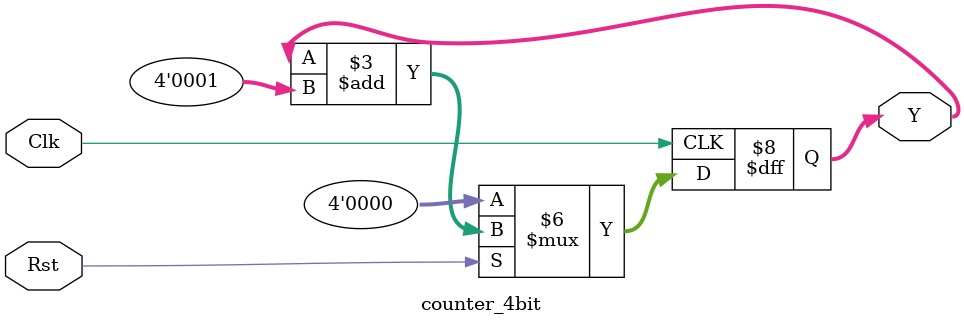
<source format=v>
module counter_4bit (
    output reg[3:0] Y=4'h0,
    input Clk,Rst
);
    always @(posedge Clk) begin
        if (!Rst) begin
            Y=4'h0;
        end
        else begin
            Y=Y+4'h1;
        end
    end
endmodule
</source>
